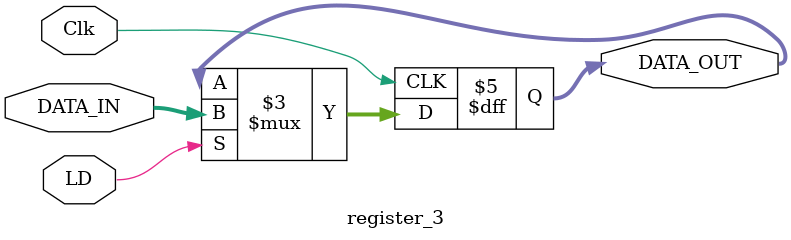
<source format=sv>
module register_3(
	input logic			Clk,
	input logic			LD,
	input logic [2:0]	DATA_IN,
	output logic [2:0]	DATA_OUT
);

	always_ff @(posedge Clk)
	begin
		if(LD)
			DATA_OUT <= DATA_IN;
		else
			DATA_OUT <= DATA_OUT;
	end

endmodule
</source>
